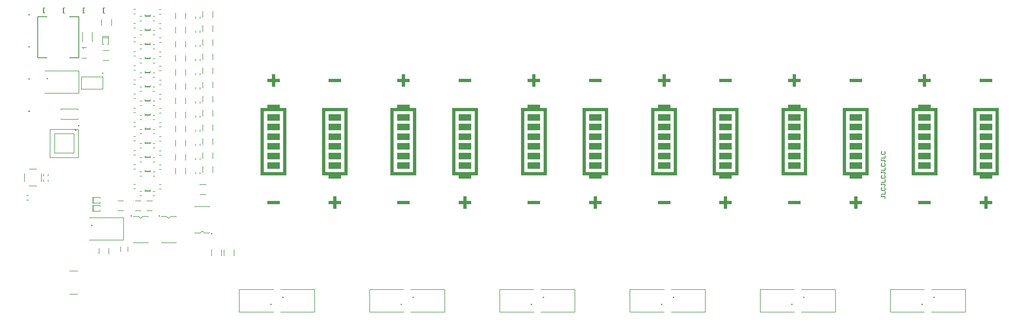
<source format=gto>
G04*
G04 #@! TF.GenerationSoftware,Altium Limited,Altium Designer,18.1.7 (191)*
G04*
G04 Layer_Color=65535*
%FSLAX44Y44*%
%MOMM*%
G71*
G01*
G75*
%ADD10C,0.2500*%
%ADD11C,0.2000*%
%ADD12C,0.1000*%
%ADD13C,0.1500*%
%ADD14C,0.2540*%
%ADD15C,0.1270*%
%ADD16C,0.2032*%
%ADD17R,8.0000X1.0000*%
%ADD18R,1.0000X21.0000*%
%ADD19R,4.0000X2.0000*%
%ADD20R,4.0000X1.0000*%
%ADD21R,1.0000X4.0000*%
D10*
X490250Y494000D02*
G03*
X490250Y494000I-1250J0D01*
G01*
X1047750Y247998D02*
G03*
X1047750Y247998I-1250J0D01*
G01*
X1084750Y269998D02*
G03*
X1084750Y269998I-1250J0D01*
G01*
X524250Y968000D02*
G03*
X524250Y968000I-1250J0D01*
G01*
X351750Y951000D02*
G03*
X351750Y951000I-1250J0D01*
G01*
X613250Y523500D02*
G03*
X613250Y523500I-1250J0D01*
G01*
X700250D02*
G03*
X700250Y523500I-1250J0D01*
G01*
X449250Y804750D02*
G03*
X449250Y804750I-1250J0D01*
G01*
X439750Y790750D02*
G03*
X439750Y790750I-1250J0D01*
G01*
X1489750Y269998D02*
G03*
X1489750Y269998I-1250J0D01*
G01*
X1452750Y247998D02*
G03*
X1452750Y247998I-1250J0D01*
G01*
X863250Y468623D02*
G03*
X863250Y468623I-1250J0D01*
G01*
X1894750Y269998D02*
G03*
X1894750Y269998I-1250J0D01*
G01*
X1857750Y247998D02*
G03*
X1857750Y247998I-1250J0D01*
G01*
X2299750Y269998D02*
G03*
X2299750Y269998I-1250J0D01*
G01*
X2262750Y247998D02*
G03*
X2262750Y247998I-1250J0D01*
G01*
X2704750Y269998D02*
G03*
X2704750Y269998I-1250J0D01*
G01*
X2667750Y247998D02*
G03*
X2667750Y247998I-1250J0D01*
G01*
X3109750Y269998D02*
G03*
X3109750Y269998I-1250J0D01*
G01*
X3072750Y247998D02*
G03*
X3072750Y247998I-1250J0D01*
G01*
D11*
X551500Y1140000D02*
G03*
X551500Y1140000I-500J0D01*
G01*
X520000Y1039000D02*
G03*
X520000Y1039000I-500J0D01*
G01*
X619500Y571000D02*
G03*
X619500Y571000I-500J0D01*
G01*
X655500D02*
G03*
X655500Y571000I-500J0D01*
G01*
X593500Y539000D02*
G03*
X593500Y539000I-500J0D01*
G01*
X463450Y1045800D02*
G03*
X463450Y1045800I-1000J0D01*
G01*
X781500Y677000D02*
G03*
X781500Y677000I-500J0D01*
G01*
Y720000D02*
G03*
X781500Y720000I-500J0D01*
G01*
Y764000D02*
G03*
X781500Y764000I-500J0D01*
G01*
Y808000D02*
G03*
X781500Y808000I-500J0D01*
G01*
Y852000D02*
G03*
X781500Y852000I-500J0D01*
G01*
Y896000D02*
G03*
X781500Y896000I-500J0D01*
G01*
Y940000D02*
G03*
X781500Y940000I-500J0D01*
G01*
Y984000D02*
G03*
X781500Y984000I-500J0D01*
G01*
Y1028000D02*
G03*
X781500Y1028000I-500J0D01*
G01*
Y1072000D02*
G03*
X781500Y1072000I-500J0D01*
G01*
Y1116000D02*
G03*
X781500Y1116000I-500J0D01*
G01*
Y1160000D02*
G03*
X781500Y1160000I-500J0D01*
G01*
X834500Y1137000D02*
G03*
X834500Y1137000I-500J0D01*
G01*
Y1093000D02*
G03*
X834500Y1093000I-500J0D01*
G01*
Y1049000D02*
G03*
X834500Y1049000I-500J0D01*
G01*
Y1005000D02*
G03*
X834500Y1005000I-500J0D01*
G01*
Y961000D02*
G03*
X834500Y961000I-500J0D01*
G01*
Y917000D02*
G03*
X834500Y917000I-500J0D01*
G01*
Y873000D02*
G03*
X834500Y873000I-500J0D01*
G01*
Y829000D02*
G03*
X834500Y829000I-500J0D01*
G01*
Y784000D02*
G03*
X834500Y784000I-500J0D01*
G01*
Y741000D02*
G03*
X834500Y741000I-500J0D01*
G01*
Y697000D02*
G03*
X834500Y697000I-500J0D01*
G01*
X834500Y654000D02*
G03*
X834500Y654000I-500J0D01*
G01*
X821500Y621000D02*
G03*
X821500Y621000I-500J0D01*
G01*
X511500Y400000D02*
G03*
X511500Y400000I-500J0D01*
G01*
X932500Y423000D02*
G03*
X932500Y423000I-500J0D01*
G01*
X893500D02*
G03*
X893500Y423000I-500J0D01*
G01*
X587500Y448000D02*
Y518000D01*
X481500Y448000D02*
X587500D01*
X481500Y518000D02*
X587500D01*
X948000Y223998D02*
X1054000D01*
X948000Y293998D02*
X1054000D01*
X948000Y223998D02*
Y293998D01*
X1076000Y293998D02*
X1182000D01*
X1076000Y223998D02*
X1182000D01*
Y293998D01*
X339000Y630000D02*
Y636000D01*
X353000Y630000D02*
Y636000D01*
Y648000D02*
Y654000D01*
X339000Y648000D02*
Y654000D01*
X826000Y654000D02*
Y660000D01*
X812000Y654000D02*
Y660000D01*
X826000Y698000D02*
Y704000D01*
X812000Y698000D02*
Y704000D01*
X826000Y742000D02*
Y748000D01*
X812000Y742000D02*
Y748000D01*
X826000Y786000D02*
Y792000D01*
X812000Y786000D02*
Y792000D01*
X826000Y830000D02*
Y836000D01*
X812000Y830000D02*
Y836000D01*
X826000Y874000D02*
Y880000D01*
X812000Y874000D02*
Y880000D01*
X826000Y918000D02*
Y924000D01*
X812000Y918000D02*
Y924000D01*
X826000Y962000D02*
Y968000D01*
X812000Y962000D02*
Y968000D01*
X826000Y1006000D02*
Y1012000D01*
X812000Y1006000D02*
Y1012000D01*
X826000Y1050000D02*
Y1056000D01*
X812000Y1050000D02*
Y1056000D01*
X826000Y1094000D02*
Y1100000D01*
X812000Y1094000D02*
Y1100000D01*
X826000Y1138000D02*
Y1144000D01*
X812000Y1138000D02*
Y1144000D01*
X338046Y1171000D02*
X344046D01*
X338046Y1155000D02*
X344046D01*
X338046D02*
Y1171000D01*
X339946Y1155000D02*
Y1171000D01*
X524000Y1171000D02*
X530000D01*
X524000Y1155000D02*
X530000D01*
X524000D02*
Y1171000D01*
X525900Y1155000D02*
Y1171000D01*
X462000D02*
X468000D01*
X462000Y1155000D02*
X468000D01*
X462000D02*
Y1171000D01*
X463900Y1155000D02*
Y1171000D01*
X400000D02*
X406000D01*
X400000Y1155000D02*
X406000D01*
X400000D02*
Y1171000D01*
X401900Y1155000D02*
Y1171000D01*
X523001Y1058000D02*
Y1082000D01*
X524000Y1078500D02*
X540500D01*
X541000Y1058000D02*
Y1082000D01*
X523001Y1058000D02*
X526500D01*
X537500D02*
X541000D01*
X523000Y1082000D02*
X541000D01*
X655000Y600000D02*
Y606000D01*
X671000Y600000D02*
Y606000D01*
X655000Y600000D02*
X671000D01*
X655000Y601900D02*
X671000D01*
X655000Y1145000D02*
Y1151000D01*
X671000Y1145000D02*
Y1151000D01*
X655000Y1145000D02*
X671000D01*
X655000Y1146900D02*
X671000D01*
X655000Y1101000D02*
Y1107000D01*
X671000Y1101000D02*
Y1107000D01*
X655000Y1101000D02*
X671000D01*
X655000Y1102900D02*
X671000D01*
X655000Y1057000D02*
Y1063000D01*
X671000Y1057000D02*
Y1063000D01*
X655000Y1057000D02*
X671000D01*
X655000Y1058900D02*
X671000D01*
X655000Y1013000D02*
Y1019000D01*
X671000Y1013000D02*
Y1019000D01*
X655000Y1013000D02*
X671000D01*
X655000Y1014900D02*
X671000D01*
X655000Y969000D02*
Y975000D01*
X671000Y969000D02*
Y975000D01*
X655000Y969000D02*
X671000D01*
X655000Y970900D02*
X671000D01*
X655000Y925000D02*
Y931000D01*
X671000Y925000D02*
Y931000D01*
X655000Y925000D02*
X671000D01*
X655000Y926900D02*
X671000D01*
X655000Y881000D02*
Y887000D01*
X671000Y881000D02*
Y887000D01*
X655000Y881000D02*
X671000D01*
X655000Y882900D02*
X671000D01*
X655000Y837000D02*
Y843000D01*
X671000Y837000D02*
Y843000D01*
X655000Y837000D02*
X671000D01*
X655000Y838900D02*
X671000D01*
X655000Y793000D02*
Y799000D01*
X671000Y793000D02*
Y799000D01*
X655000Y793000D02*
X671000D01*
X655000Y794900D02*
X671000D01*
X655000Y749000D02*
Y755000D01*
X671000Y749000D02*
Y755000D01*
X655000Y749000D02*
X671000D01*
X655000Y750900D02*
X671000D01*
X655000Y705000D02*
Y711000D01*
X671000Y705000D02*
Y711000D01*
X655000Y705000D02*
X671000D01*
X655000Y706900D02*
X671000D01*
X655000Y661000D02*
Y667000D01*
X671000Y661000D02*
Y667000D01*
X655000Y661000D02*
X671000D01*
X655000Y662900D02*
X671000D01*
X456500Y918500D02*
Y956500D01*
X523500Y918500D02*
Y956500D01*
X456500Y918500D02*
X523500D01*
X456500Y956500D02*
X523500D01*
X601500Y413000D02*
Y427000D01*
X578500Y413000D02*
Y427000D01*
X601000Y413000D02*
X601500D01*
X578500D02*
X579000D01*
X578500Y427000D02*
X579000D01*
X601000D02*
X601500D01*
X343000Y975000D02*
X449000D01*
X343000Y905000D02*
X449000D01*
Y975000D01*
X458000Y1047500D02*
X473000D01*
X458000Y1015000D02*
X473000D01*
X699000Y621000D02*
X705000D01*
X699000Y607000D02*
X705000D01*
X679000Y586000D02*
X685000D01*
X679000Y600000D02*
X685000D01*
X619000Y608000D02*
X625000D01*
X619000Y622000D02*
X625000D01*
X639000Y600000D02*
X645000D01*
X639000Y586000D02*
X645000D01*
X699000Y1166000D02*
X705000D01*
X699000Y1152000D02*
X705000D01*
X679000Y1131000D02*
X685000D01*
X679000Y1145000D02*
X685000D01*
X619000Y1153000D02*
X625000D01*
X619000Y1167000D02*
X625000D01*
X639000Y1145000D02*
X645000D01*
X639000Y1131000D02*
X645000D01*
X699000Y1122000D02*
X705000D01*
X699000Y1108000D02*
X705000D01*
X679000Y1087000D02*
X685000D01*
X679000Y1101000D02*
X685000D01*
X619000Y1109000D02*
X625000D01*
X619000Y1123000D02*
X625000D01*
X639000Y1101000D02*
X645000D01*
X639000Y1087000D02*
X645000D01*
X639000Y1057000D02*
X645000D01*
X639000Y1043000D02*
X645000D01*
X619000Y1065000D02*
X625000D01*
X619000Y1079000D02*
X625000D01*
X679000Y1043000D02*
X685000D01*
X679000Y1057000D02*
X685000D01*
X699000Y1078000D02*
X705000D01*
X699000Y1064000D02*
X705000D01*
X639000Y1013000D02*
X645000D01*
X639000Y999000D02*
X645000D01*
X619000Y1021000D02*
X625000D01*
X619000Y1035000D02*
X625000D01*
X679000Y999000D02*
X685000D01*
X679000Y1013000D02*
X685000D01*
X699000Y1034000D02*
X705000D01*
X699000Y1020000D02*
X705000D01*
X639000Y969000D02*
X645000D01*
X639000Y955000D02*
X645000D01*
X619000Y977000D02*
X625000D01*
X619000Y991000D02*
X625000D01*
X679000Y955000D02*
X685000D01*
X679000Y969000D02*
X685000D01*
X699000Y990000D02*
X705000D01*
X699000Y976000D02*
X705000D01*
X699000Y946000D02*
X705000D01*
X699000Y932000D02*
X705000D01*
X679000Y911000D02*
X685000D01*
X679000Y925000D02*
X685000D01*
X619000Y933000D02*
X625000D01*
X619000Y947000D02*
X625000D01*
X639000Y925000D02*
X645000D01*
X639000Y911000D02*
X645000D01*
X639000Y881000D02*
X645000D01*
X639000Y867000D02*
X645000D01*
X619000Y889000D02*
X625000D01*
X619000Y903000D02*
X625000D01*
X679000Y867000D02*
X685000D01*
X679000Y881000D02*
X685000D01*
X699000Y902000D02*
X705000D01*
X699000Y888000D02*
X705000D01*
X699000Y858000D02*
X705000D01*
X699000Y844000D02*
X705000D01*
X679000Y823000D02*
X685000D01*
X679000Y837000D02*
X685000D01*
X619000Y845000D02*
X625000D01*
X619000Y859000D02*
X625000D01*
X639000Y837000D02*
X645000D01*
X639000Y823000D02*
X645000D01*
X639000Y793000D02*
X645000D01*
X639000Y779000D02*
X645000D01*
X619000Y801000D02*
X625000D01*
X619000Y815000D02*
X625000D01*
X679000Y779000D02*
X685000D01*
X679000Y793000D02*
X685000D01*
X699000Y814000D02*
X705000D01*
X699000Y800000D02*
X705000D01*
X639000Y749000D02*
X645000D01*
X639000Y735000D02*
X645000D01*
X619000Y757000D02*
X625000D01*
X619000Y771000D02*
X625000D01*
X679000Y735000D02*
X685000D01*
X679000Y749000D02*
X685000D01*
X699000Y770000D02*
X705000D01*
X699000Y756000D02*
X705000D01*
X699000Y726000D02*
X705000D01*
X699000Y712000D02*
X705000D01*
X679000Y691000D02*
X685000D01*
X679000Y705000D02*
X685000D01*
X619000Y713000D02*
X625000D01*
X619000Y727000D02*
X625000D01*
X639000Y705000D02*
X645000D01*
X639000Y691000D02*
X645000D01*
X619000Y683000D02*
X625000D01*
X619000Y669000D02*
X625000D01*
X679000Y661000D02*
X685000D01*
X679000Y647000D02*
X685000D01*
X639000Y647000D02*
X645000D01*
X639000Y661000D02*
X645000D01*
X699000Y668000D02*
X705000D01*
X699000Y682000D02*
X705000D01*
X359500Y704750D02*
X447500D01*
Y792750D01*
X359500Y704750D02*
Y792750D01*
X447500D01*
X374000Y719000D02*
Y779000D01*
X434000Y719000D02*
Y779000D01*
X374000D02*
X434000D01*
X374000Y719000D02*
X434000D01*
X286000Y587000D02*
X292000D01*
X286000Y573000D02*
X292000D01*
X291500Y849000D02*
X296500D01*
X291500D02*
X294000Y851000D01*
X296500Y849000D01*
X1587000Y223998D02*
Y293998D01*
X1481000Y223998D02*
X1587000D01*
X1481000Y293998D02*
X1587000D01*
X1353000Y223998D02*
Y293998D01*
X1459000D01*
X1353000Y223998D02*
X1459000D01*
X1992000D02*
Y293998D01*
X1886000Y223998D02*
X1992000D01*
X1886000Y293998D02*
X1992000D01*
X1758000Y223998D02*
Y293998D01*
X1864000D01*
X1758000Y223998D02*
X1864000D01*
X2397000Y223998D02*
Y293998D01*
X2291000Y223998D02*
X2397000D01*
X2291000Y293998D02*
X2397000D01*
X2163000Y223998D02*
Y293998D01*
X2269000D01*
X2163000Y223998D02*
X2269000D01*
X2802000D02*
Y293998D01*
X2696000Y223998D02*
X2802000D01*
X2696000Y293998D02*
X2802000D01*
X2568000Y223998D02*
Y293998D01*
X2674000D01*
X2568000Y223998D02*
X2674000D01*
X3207000Y223998D02*
Y293998D01*
X3101000Y223998D02*
X3207000D01*
X3101000Y293998D02*
X3207000D01*
X2973000Y223998D02*
Y293998D01*
X3079000D01*
X2973000Y223998D02*
X3079000D01*
X491000Y563001D02*
X515000D01*
X494500Y564000D02*
Y580500D01*
X491000Y581000D02*
X515000D01*
Y563001D02*
Y566500D01*
Y577500D02*
Y581000D01*
X491000Y563000D02*
Y581000D01*
Y538001D02*
X515000D01*
X494500Y539000D02*
Y555500D01*
X491000Y556000D02*
X515000D01*
Y538001D02*
Y541500D01*
Y552500D02*
Y556000D01*
X491000Y538000D02*
Y556000D01*
X294000Y951000D02*
X296500Y949000D01*
X291500D02*
X294000Y951000D01*
X291500Y949000D02*
X296500D01*
X294000Y1051000D02*
X296500Y1049000D01*
X291500D02*
X294000Y1051000D01*
X291500Y1049000D02*
X296500D01*
X294000Y1151000D02*
X296500Y1149000D01*
X291500D02*
X294000Y1151000D01*
X291500Y1149000D02*
X296500D01*
D12*
X601750Y431000D02*
G03*
X601750Y431000I-500J0D01*
G01*
D13*
X635833Y521500D02*
G03*
X646167Y521500I5167J0D01*
G01*
X722833D02*
G03*
X733167Y521500I5167J0D01*
G01*
X838167Y470623D02*
G03*
X827833Y470623I-5167J0D01*
G01*
X519500Y1117000D02*
Y1135000D01*
X550500Y1117000D02*
Y1135000D01*
X550000Y1117000D02*
X550500D01*
X550000Y1135000D02*
X550500D01*
X519500Y1117000D02*
X520000D01*
X519500Y1135000D02*
X520000D01*
X524500Y1007500D02*
X542500D01*
X524500Y1038500D02*
X542500D01*
Y1038000D02*
Y1038500D01*
X524500Y1038000D02*
Y1038500D01*
X542500Y1007500D02*
Y1008000D01*
X524500Y1007500D02*
Y1008000D01*
X624000Y539500D02*
X642000D01*
X624000Y570500D02*
X642000D01*
Y570000D02*
Y570500D01*
X624000Y570000D02*
Y570500D01*
X642000Y539500D02*
Y540000D01*
X624000Y539500D02*
Y540000D01*
X660000Y539500D02*
X678000D01*
X660000Y570500D02*
X678000D01*
Y570000D02*
Y570500D01*
X660000Y570000D02*
Y570500D01*
X678000Y539500D02*
Y540000D01*
X660000Y539500D02*
Y540000D01*
X570000Y570500D02*
X588000D01*
X570000Y539500D02*
X588000D01*
X570000D02*
Y540000D01*
X588000Y539500D02*
Y540000D01*
X570000Y570000D02*
Y570500D01*
X588000Y570000D02*
Y570500D01*
X664000Y439500D02*
Y441000D01*
X619000Y439500D02*
Y441000D01*
Y520500D02*
Y521500D01*
X664000Y520500D02*
Y521500D01*
X619000Y439500D02*
X664000D01*
X646200Y521500D02*
X664000D01*
X619000D02*
X635800D01*
X751000Y439500D02*
Y441000D01*
X706000Y439500D02*
Y441000D01*
Y520500D02*
Y521500D01*
X751000Y520500D02*
Y521500D01*
X706000Y439500D02*
X751000D01*
X733200Y521500D02*
X751000D01*
X706000D02*
X722800D01*
X749500Y654000D02*
Y672000D01*
X780500Y654000D02*
Y672000D01*
X780000Y654000D02*
X780500D01*
X780000Y672000D02*
X780500D01*
X749500Y654000D02*
X750000D01*
X749500Y672000D02*
X750000D01*
X749500Y697000D02*
Y715000D01*
X780500Y697000D02*
Y715000D01*
X780000Y697000D02*
X780500D01*
X780000Y715000D02*
X780500D01*
X749500Y697000D02*
X750000D01*
X749500Y715000D02*
X750000D01*
X749500Y741000D02*
Y759000D01*
X780500Y741000D02*
Y759000D01*
X780000Y741000D02*
X780500D01*
X780000Y759000D02*
X780500D01*
X749500Y741000D02*
X750000D01*
X749500Y759000D02*
X750000D01*
X749500Y785000D02*
Y803000D01*
X780500Y785000D02*
Y803000D01*
X780000Y785000D02*
X780500D01*
X780000Y803000D02*
X780500D01*
X749500Y785000D02*
X750000D01*
X749500Y803000D02*
X750000D01*
X749500Y829000D02*
Y847000D01*
X780500Y829000D02*
Y847000D01*
X780000Y829000D02*
X780500D01*
X780000Y847000D02*
X780500D01*
X749500Y829000D02*
X750000D01*
X749500Y847000D02*
X750000D01*
X749500Y873000D02*
Y891000D01*
X780500Y873000D02*
Y891000D01*
X780000Y873000D02*
X780500D01*
X780000Y891000D02*
X780500D01*
X749500Y873000D02*
X750000D01*
X749500Y891000D02*
X750000D01*
X749500Y917000D02*
Y935000D01*
X780500Y917000D02*
Y935000D01*
X780000Y917000D02*
X780500D01*
X780000Y935000D02*
X780500D01*
X749500Y917000D02*
X750000D01*
X749500Y935000D02*
X750000D01*
X749500Y961000D02*
Y979000D01*
X780500Y961000D02*
Y979000D01*
X780000Y961000D02*
X780500D01*
X780000Y979000D02*
X780500D01*
X749500Y961000D02*
X750000D01*
X749500Y979000D02*
X750000D01*
X749500Y1005000D02*
Y1023000D01*
X780500Y1005000D02*
Y1023000D01*
X780000Y1005000D02*
X780500D01*
X780000Y1023000D02*
X780500D01*
X749500Y1005000D02*
X750000D01*
X749500Y1023000D02*
X750000D01*
X749500Y1049000D02*
Y1067000D01*
X780500Y1049000D02*
Y1067000D01*
X780000Y1049000D02*
X780500D01*
X780000Y1067000D02*
X780500D01*
X749500Y1049000D02*
X750000D01*
X749500Y1067000D02*
X750000D01*
X749500Y1093000D02*
Y1111000D01*
X780500Y1093000D02*
Y1111000D01*
X780000Y1093000D02*
X780500D01*
X780000Y1111000D02*
X780500D01*
X749500Y1093000D02*
X750000D01*
X749500Y1111000D02*
X750000D01*
X749500Y1137000D02*
Y1155000D01*
X780500Y1137000D02*
Y1155000D01*
X780000Y1137000D02*
X780500D01*
X780000Y1155000D02*
X780500D01*
X749500Y1137000D02*
X750000D01*
X749500Y1155000D02*
X750000D01*
X865500Y1142000D02*
Y1160000D01*
X834500Y1142000D02*
Y1160000D01*
X835000D01*
X834500Y1142000D02*
X835000D01*
X865000Y1160000D02*
X865500D01*
X865000Y1142000D02*
X865500D01*
Y1098000D02*
Y1116000D01*
X834500Y1098000D02*
Y1116000D01*
X835000D01*
X834500Y1098000D02*
X835000D01*
X865000Y1116000D02*
X865500D01*
X865000Y1098000D02*
X865500D01*
Y1054000D02*
Y1072000D01*
X834500Y1054000D02*
Y1072000D01*
X835000D01*
X834500Y1054000D02*
X835000D01*
X865000Y1072000D02*
X865500D01*
X865000Y1054000D02*
X865500D01*
Y1010000D02*
Y1028000D01*
X834500Y1010000D02*
Y1028000D01*
X835000D01*
X834500Y1010000D02*
X835000D01*
X865000Y1028000D02*
X865500D01*
X865000Y1010000D02*
X865500D01*
Y966000D02*
Y984000D01*
X834500Y966000D02*
Y984000D01*
X835000D01*
X834500Y966000D02*
X835000D01*
X865000Y984000D02*
X865500D01*
X865000Y966000D02*
X865500D01*
Y922000D02*
Y940000D01*
X834500Y922000D02*
Y940000D01*
X835000D01*
X834500Y922000D02*
X835000D01*
X865000Y940000D02*
X865500D01*
X865000Y922000D02*
X865500D01*
Y878000D02*
Y896000D01*
X834500Y878000D02*
Y896000D01*
X835000D01*
X834500Y878000D02*
X835000D01*
X865000Y896000D02*
X865500D01*
X865000Y878000D02*
X865500D01*
Y834000D02*
Y852000D01*
X834500Y834000D02*
Y852000D01*
X835000D01*
X834500Y834000D02*
X835000D01*
X865000Y852000D02*
X865500D01*
X865000Y834000D02*
X865500D01*
Y789000D02*
Y807000D01*
X834500Y789000D02*
Y807000D01*
X835000D01*
X834500Y789000D02*
X835000D01*
X865000Y807000D02*
X865500D01*
X865000Y789000D02*
X865500D01*
Y746000D02*
Y764000D01*
X834500Y746000D02*
Y764000D01*
X835000D01*
X834500Y746000D02*
X835000D01*
X865000Y764000D02*
X865500D01*
X865000Y746000D02*
X865500D01*
Y702000D02*
Y720000D01*
X834500Y702000D02*
Y720000D01*
X835000D01*
X834500Y702000D02*
X835000D01*
X865000Y720000D02*
X865500D01*
X865000Y702000D02*
X865500D01*
X865500Y659000D02*
Y677000D01*
X834500Y659000D02*
Y677000D01*
X835000D01*
X834500Y659000D02*
X835000D01*
X865000Y677000D02*
X865500D01*
X865000Y659000D02*
X865500D01*
X826000Y589500D02*
X844000D01*
X826000Y620500D02*
X844000D01*
Y620000D02*
Y620500D01*
X826000Y620000D02*
Y620500D01*
X844000Y589500D02*
Y590000D01*
X826000Y589500D02*
Y590000D01*
X810000Y551123D02*
Y552623D01*
X855000Y551123D02*
Y552623D01*
Y470623D02*
Y471623D01*
X810000Y470623D02*
Y471623D01*
Y552623D02*
X855000D01*
X810000Y470623D02*
X827800D01*
X838200D02*
X855000D01*
X294000Y617000D02*
X318000D01*
X294000Y669000D02*
X318000D01*
X332000Y630000D02*
Y656000D01*
X280000Y630000D02*
Y656000D01*
X542000Y405000D02*
X542500D01*
X542000Y423000D02*
X542500D01*
X511500Y405000D02*
X512000D01*
X511500Y423000D02*
X512000D01*
X511500Y405000D02*
Y423000D01*
X542500Y405000D02*
Y423000D01*
X900500Y418000D02*
X901000D01*
X900500Y400000D02*
X901000D01*
X931000Y418000D02*
X931500D01*
X931000Y400000D02*
X931500D01*
Y418000D01*
X900500Y400000D02*
Y418000D01*
X861500D02*
X862000D01*
X861500Y400000D02*
X862000D01*
X892000Y418000D02*
X892500D01*
X892000Y400000D02*
X892500D01*
Y418000D01*
X861500Y400000D02*
Y418000D01*
X445000Y824123D02*
X447000Y826123D01*
X445000Y856123D02*
X447000Y854123D01*
X392000D02*
X394000Y856123D01*
X392000Y826123D02*
X394000Y824123D01*
X445000D01*
X394000Y856123D02*
X445000D01*
D14*
X419000Y1144000D02*
X448000D01*
Y1016000D02*
Y1144000D01*
X419000Y1016000D02*
X448000D01*
X320000Y1144000D02*
X349000D01*
X320000Y1016000D02*
Y1144000D01*
Y1016000D02*
X349000D01*
X2943752Y586849D02*
Y582683D01*
Y584766D01*
X2954165D01*
X2956248Y582683D01*
Y580601D01*
X2954165Y578518D01*
X2943752Y591014D02*
X2956248D01*
Y599345D01*
X2945835Y611841D02*
X2943752Y609758D01*
Y605593D01*
X2945835Y603510D01*
X2954165D01*
X2956248Y605593D01*
Y609758D01*
X2954165Y611841D01*
X2943752Y624337D02*
Y620171D01*
Y622254D01*
X2954165D01*
X2956248Y620171D01*
Y618089D01*
X2954165Y616006D01*
X2943752Y628502D02*
X2956248D01*
Y636833D01*
X2945835Y649329D02*
X2943752Y647246D01*
Y643081D01*
X2945835Y640998D01*
X2954165D01*
X2956248Y643081D01*
Y647246D01*
X2954165Y649329D01*
X2943752Y661824D02*
Y657659D01*
Y659742D01*
X2954165D01*
X2956248Y657659D01*
Y655576D01*
X2954165Y653494D01*
X2943752Y665990D02*
X2956248D01*
Y674321D01*
X2945835Y686816D02*
X2943752Y684734D01*
Y680568D01*
X2945835Y678486D01*
X2954165D01*
X2956248Y680568D01*
Y684734D01*
X2954165Y686816D01*
X2943752Y699312D02*
Y695147D01*
Y697230D01*
X2954165D01*
X2956248Y695147D01*
Y693064D01*
X2954165Y690982D01*
X2943752Y703478D02*
X2956248D01*
Y711808D01*
X2945835Y724304D02*
X2943752Y722222D01*
Y718056D01*
X2945835Y715974D01*
X2954165D01*
X2956248Y718056D01*
Y722222D01*
X2954165Y724304D01*
D15*
X459650Y1066000D02*
Y1096000D01*
X490350Y1066000D02*
Y1096000D01*
D16*
X420000Y279500D02*
X446000D01*
X420000Y351500D02*
X446000D01*
D17*
X1054000Y655000D02*
D03*
Y855000D02*
D03*
X1245000Y655000D02*
D03*
Y855000D02*
D03*
X1458000Y855000D02*
D03*
Y655000D02*
D03*
X1650000D02*
D03*
Y855000D02*
D03*
X1864000Y655000D02*
D03*
Y855000D02*
D03*
X2055000D02*
D03*
Y655000D02*
D03*
X2269000D02*
D03*
Y855000D02*
D03*
X2460000D02*
D03*
Y655000D02*
D03*
X2674000Y655000D02*
D03*
Y855000D02*
D03*
X2865000D02*
D03*
Y655000D02*
D03*
X3079000Y655000D02*
D03*
Y855000D02*
D03*
X3270000Y855000D02*
D03*
Y655000D02*
D03*
D18*
X1019000Y755000D02*
D03*
X1089000D02*
D03*
X1210000Y755000D02*
D03*
X1280000D02*
D03*
X1493000Y755000D02*
D03*
X1423000D02*
D03*
X1615000Y755000D02*
D03*
X1685000D02*
D03*
X1829000Y755000D02*
D03*
X1899000D02*
D03*
X2090000Y755000D02*
D03*
X2020000D02*
D03*
X2234000Y755000D02*
D03*
X2304000D02*
D03*
X2495000Y755000D02*
D03*
X2425000D02*
D03*
X2639000Y755000D02*
D03*
X2709000D02*
D03*
X2900000Y755000D02*
D03*
X2830000D02*
D03*
X3044000Y755000D02*
D03*
X3114000D02*
D03*
X3305000Y755000D02*
D03*
X3235000D02*
D03*
D19*
X1054000Y860000D02*
D03*
Y680000D02*
D03*
Y710000D02*
D03*
Y740000D02*
D03*
Y770000D02*
D03*
Y800000D02*
D03*
Y830000D02*
D03*
X1245000Y680000D02*
D03*
Y710000D02*
D03*
X1245000Y740000D02*
D03*
Y770000D02*
D03*
Y800000D02*
D03*
X1245000Y830000D02*
D03*
Y650000D02*
D03*
X1458000Y830000D02*
D03*
Y800000D02*
D03*
Y770000D02*
D03*
Y740000D02*
D03*
Y710000D02*
D03*
Y680000D02*
D03*
Y860000D02*
D03*
X1650000Y680000D02*
D03*
Y710000D02*
D03*
X1650000Y740000D02*
D03*
Y770000D02*
D03*
Y800000D02*
D03*
X1650000Y830000D02*
D03*
Y650000D02*
D03*
X1864000Y860000D02*
D03*
Y680000D02*
D03*
Y710000D02*
D03*
Y740000D02*
D03*
Y770000D02*
D03*
Y800000D02*
D03*
Y830000D02*
D03*
X2055000Y650000D02*
D03*
Y830000D02*
D03*
Y800000D02*
D03*
Y770000D02*
D03*
Y740000D02*
D03*
Y710000D02*
D03*
Y680000D02*
D03*
X2269000Y860000D02*
D03*
Y680000D02*
D03*
Y710000D02*
D03*
Y740000D02*
D03*
Y770000D02*
D03*
Y800000D02*
D03*
Y830000D02*
D03*
X2460000Y650000D02*
D03*
Y830000D02*
D03*
Y800000D02*
D03*
Y770000D02*
D03*
Y740000D02*
D03*
Y710000D02*
D03*
Y680000D02*
D03*
X2674000Y860000D02*
D03*
Y680000D02*
D03*
Y710000D02*
D03*
Y740000D02*
D03*
Y770000D02*
D03*
Y800000D02*
D03*
Y830000D02*
D03*
X2865000Y650000D02*
D03*
Y830000D02*
D03*
X2865000Y800000D02*
D03*
Y770000D02*
D03*
Y740000D02*
D03*
X2865000Y710000D02*
D03*
Y680000D02*
D03*
X3079000Y860000D02*
D03*
Y680000D02*
D03*
Y710000D02*
D03*
Y740000D02*
D03*
Y770000D02*
D03*
Y800000D02*
D03*
Y830000D02*
D03*
X3270000Y650000D02*
D03*
Y830000D02*
D03*
Y800000D02*
D03*
Y770000D02*
D03*
Y740000D02*
D03*
Y710000D02*
D03*
Y680000D02*
D03*
D20*
X1054000Y945000D02*
D03*
Y565000D02*
D03*
X1245000Y945000D02*
D03*
Y565000D02*
D03*
X1458000D02*
D03*
Y945000D02*
D03*
X1650000D02*
D03*
Y565000D02*
D03*
X1864000Y945000D02*
D03*
Y565000D02*
D03*
X2055000Y565000D02*
D03*
Y945000D02*
D03*
X2269000Y945000D02*
D03*
Y565000D02*
D03*
X2460000Y565000D02*
D03*
Y945000D02*
D03*
X2674000D02*
D03*
Y565000D02*
D03*
X2865000D02*
D03*
Y945000D02*
D03*
X3079000Y945000D02*
D03*
Y565000D02*
D03*
X3270000Y565000D02*
D03*
Y945000D02*
D03*
D21*
X1054000Y945000D02*
D03*
X1245000Y565000D02*
D03*
X1458000Y945000D02*
D03*
X1650000Y565000D02*
D03*
X1864000Y945000D02*
D03*
X2055000Y565000D02*
D03*
X2269000Y945000D02*
D03*
X2460000Y565000D02*
D03*
X2674000Y945000D02*
D03*
X2865000Y565000D02*
D03*
X3079000Y945000D02*
D03*
X3270000Y565000D02*
D03*
M02*

</source>
